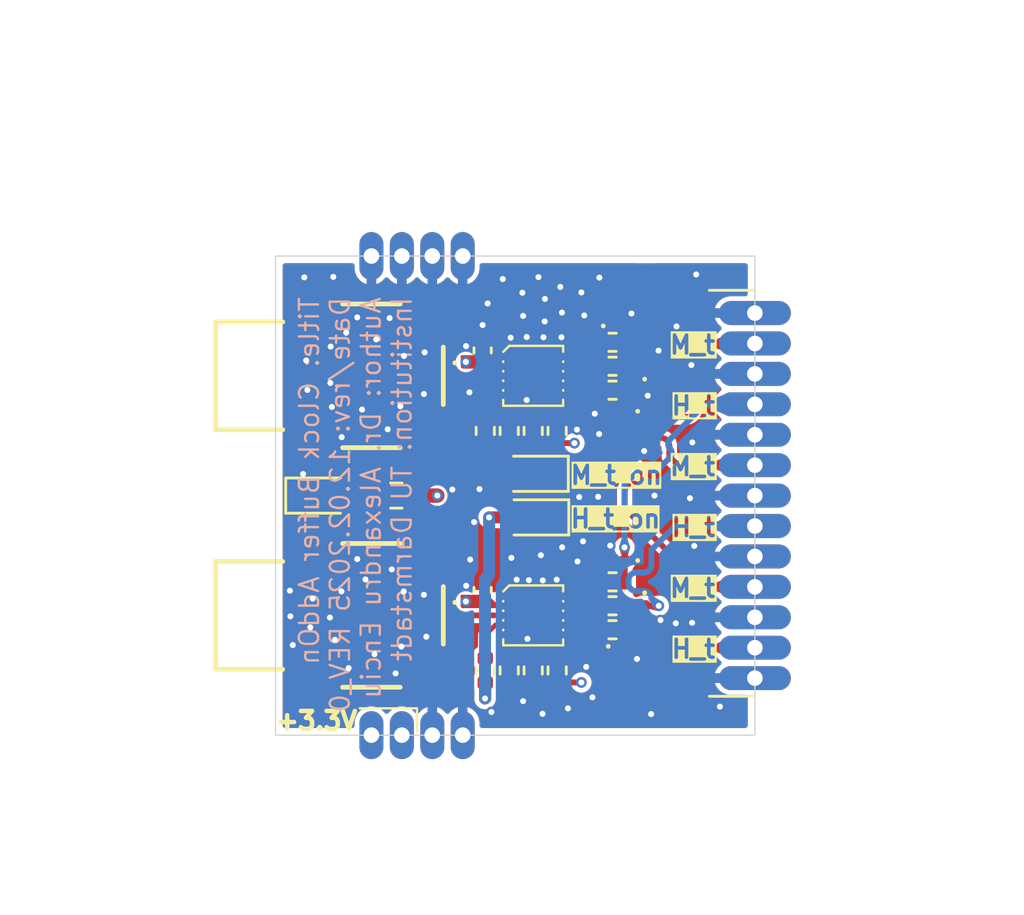
<source format=kicad_pcb>
(kicad_pcb (version 20241229) (generator "pcbnew") (generator_version "9.0")
  (title_block (title "Clock Buffer Addon") (rev "0"))
  (layers (0 "F.Cu" signal) (4 "In1.Cu" signal) (6 "In2.Cu" signal) (2 "B.Cu" signal) (13 "F.Paste" user) (15 "B.Paste" user) (5 "F.SilkS" user "F.Silkscreen") (7 "B.SilkS" user "B.Silkscreen") (1 "F.Mask" user) (3 "B.Mask" user) (25 "Edge.Cuts" user))
  (net 0 "")
  (net 1 "GND")
  (net 2 "3V3")
  (net 3 "/ClockBuffers/MasterTrigger_in")
  (net 4 "/ClockBuffers/Heimtime_in")
  (net 5 "Net-(U2-Out_3)")
  (net 6 "/ClockBuffers/MasterTrigger_out_3")
  (net 7 "/ClockBuffers/MasterTrigger_out_2")
  (net 8 "Net-(U2-Out_2)")
  (net 9 "Net-(U2-Out_1)")
  (net 10 "/ClockBuffers/MasterTrigger_out_1")
  (net 11 "/ClockBuffers/Heimtime_out_3")
  (net 12 "Net-(U4-Out_3)")
  (net 13 "Net-(U4-Out_2)")
  (net 14 "/ClockBuffers/Heimtime_out_2")
  (net 15 "Net-(U4-Out_1)")
  (net 16 "/ClockBuffers/Heimtime_out_1")
  (net 17 "/ClockBuffers/Heimtime_EN_2")
  (net 18 "/ClockBuffers/Heimtime_EN_3")
  (net 19 "/ClockBuffers/Heimtime_EN_1")
  (net 20 "/ClockBuffers/MasterTrigger_EN_3")
  (net 21 "/ClockBuffers/MasterTrigger_EN_1")
  (net 22 "/ClockBuffers/MasterTrigger_EN_2")
  (net 23 "/ClockBuffers/MasterTrigger_status")
  (net 24 "/ClockBuffers/Heimtime_status")
  (net 25 "Net-(D1-A)")
  (net 26 "Net-(D2-A)")
  (net 27 "Net-(D3-A)")
  (footprint "Resistor_SMD:R_0402_1005Metric" (layer "F.Cu") (at 99.89625 58.05 -90)
    (property "Reference" "R4" (hide yes))
    (property "Value" "0")
    (pad "1" smd roundrect (at -0.51 0 270) (size 0.54 0.64) (layers "F.Cu" "F.Mask" "F.Paste") (net 21 "/ClockBuffers/MasterTrigger_EN_1"))
    (pad "2" smd roundrect (at 0.51 0 270) (size 0.54 0.64) (layers "F.Cu" "F.Mask" "F.Paste") (net 2 "3V3"))
  )
  (footprint "Resistor_SMD:R_0402_1005Metric" (layer "F.Cu") (at 100.89625 58.05 -90)
    (property "Reference" "R8" (hide yes))
    (property "Value" "0")
    (pad "1" smd roundrect (at -0.51 0 270) (size 0.54 0.64) (layers "F.Cu" "F.Mask" "F.Paste") (net 22 "/ClockBuffers/MasterTrigger_EN_2"))
    (pad "2" smd roundrect (at 0.51 0 270) (size 0.54 0.64) (layers "F.Cu" "F.Mask" "F.Paste") (net 2 "3V3"))
  )
  (footprint "Connector_PinHeader_1.27mm:PinHeader_1x13_P1.27mm_Vertical" (layer "F.Cu") (at 109.14625 53.13)
    (property "Reference" "J3" (hide yes))
    (property "Value" "Conn_01x13_Socket" (hide yes))
    (pad "1" thru_hole oval (at 0 0) (size 3 1) (drill 0.65) (property pad_prop_castellated) (layers "*.Cu" "*.Mask") (net 1 "GND"))
    (pad "2" thru_hole oval (at 0 1.27) (size 3 1) (drill 0.65) (property pad_prop_castellated) (layers "*.Cu" "*.Mask") (net 6 "/ClockBuffers/MasterTrigger_out_3"))
    (pad "3" thru_hole oval (at 0 2.54) (size 3 1) (drill 0.65) (property pad_prop_castellated) (layers "*.Cu" "*.Mask") (net 1 "GND"))
    (pad "4" thru_hole oval (at 0 3.81) (size 3 1) (drill 0.65) (property pad_prop_castellated) (layers "*.Cu" "*.Mask") (net 11 "/ClockBuffers/Heimtime_out_3"))
    (pad "5" thru_hole oval (at 0 5.08) (size 3 1) (drill 0.65) (property pad_prop_castellated) (layers "*.Cu" "*.Mask") (net 1 "GND"))
    (pad "6" thru_hole oval (at 0 6.35) (size 3 1) (drill 0.65) (property pad_prop_castellated) (layers "*.Cu" "*.Mask") (net 7 "/ClockBuffers/MasterTrigger_out_2"))
    (pad "7" thru_hole oval (at 0 7.62) (size 3 1) (drill 0.65) (property pad_prop_castellated) (layers "*.Cu" "*.Mask") (net 1 "GND"))
    (pad "8" thru_hole oval (at 0 8.89) (size 3 1) (drill 0.65) (property pad_prop_castellated) (layers "*.Cu" "*.Mask") (net 14 "/ClockBuffers/Heimtime_out_2"))
    (pad "9" thru_hole oval (at 0 10.16) (size 3 1) (drill 0.65) (property pad_prop_castellated) (layers "*.Cu" "*.Mask") (net 1 "GND"))
    (pad "10" thru_hole oval (at 0 11.43) (size 3 1) (drill 0.65) (property pad_prop_castellated) (layers "*.Cu" "*.Mask") (net 10 "/ClockBuffers/MasterTrigger_out_1"))
    (pad "11" thru_hole oval (at 0 12.7) (size 3 1) (drill 0.65) (property pad_prop_castellated) (layers "*.Cu" "*.Mask") (net 1 "GND"))
    (pad "12" thru_hole oval (at 0 13.97) (size 3 1) (drill 0.65) (property pad_prop_castellated) (layers "*.Cu" "*.Mask") (net 16 "/ClockBuffers/Heimtime_out_1"))
    (pad "13" thru_hole oval (at 0 15.24) (size 3 1) (drill 0.65) (property pad_prop_castellated) (layers "*.Cu" "*.Mask") (net 1 "GND"))
  )
  (footprint "Connector_PinHeader_1.27mm:PinHeader_1x04_P1.27mm_Vertical" (layer "F.Cu") (at 96.95625 50.75 -90)
    (property "Reference" "J4" (hide yes))
    (property "Value" "Conn_01x04_Socket")
    (pad "1" thru_hole oval (at 0 0 270) (size 2 1) (drill 0.65) (layers "*.Cu" "*.Mask") (net 1 "GND"))
    (pad "2" thru_hole oval (at 0 1.27 270) (size 2 1) (drill 0.65) (layers "*.Cu" "*.Mask") (net 1 "GND"))
    (pad "3" thru_hole oval (at 0 2.54 270) (size 2 1) (drill 0.65) (layers "*.Cu" "*.Mask") (net 1 "GND"))
    (pad "4" thru_hole oval (at 0 3.81 270) (size 2 1) (drill 0.65) (layers "*.Cu" "*.Mask") (net 1 "GND"))
  )
  (footprint "Resistor_SMD:R_0402_1005Metric" (layer "F.Cu") (at 103.20625 55.35)
    (property "Reference" "R6" (hide yes))
    (property "Value" "33")
    (pad "1" smd roundrect (at -0.51 0) (size 0.54 0.64) (layers "F.Cu" "F.Mask" "F.Paste") (net 8 "Net-(U2-Out_2)"))
    (pad "2" smd roundrect (at 0.51 0) (size 0.54 0.64) (layers "F.Cu" "F.Mask" "F.Paste") (net 7 "/ClockBuffers/MasterTrigger_out_2"))
  )
  (footprint "LED_SMD:LED_0603_1608Metric" (layer "F.Cu") (at 99.87625 59.84 180)
    (property "Reference" "D2" (hide yes))
    (property "Value" "LED_yellow")
    (pad "1" smd roundrect (at -0.7875 0 180) (size 0.875 0.95) (layers "F.Cu" "F.Mask" "F.Paste") (net 1 "GND"))
    (pad "2" smd roundrect (at 0.7875 0 180) (size 0.875 0.95) (layers "F.Cu" "F.Mask" "F.Paste") (net 26 "Net-(D2-A)"))
  )
  (footprint "Diode_SMD:D_0201_0603Metric" (layer "F.Cu") (at 103.39625 57.23 180)
    (property "Reference" "D7" (hide yes))
    (property "Value" "SP1333-01UTG")
    (pad "1" smd roundrect (at -0.32 0 180) (size 0.46 0.4) (layers "F.Cu" "F.Mask") (net 10 "/ClockBuffers/MasterTrigger_out_1"))
    (pad "2" smd roundrect (at 0.32 0 180) (size 0.46 0.4) (layers "F.Cu" "F.Mask") (net 1 "GND"))
  )
  (footprint "AddOn_lib:SAMTEC_MCX-J-P-X-RA-SM1" (layer "F.Cu") (at 93.14625 65.75 -90)
    (property "Reference" "J2" (hide yes))
    (property "Value" "MasterTrigger" (hide yes))
    (pad "1" smd circle (at 0 0 270) (size 1.6 1.6) (layers "F.Cu" "F.Mask" "F.Paste") (net 4 "/ClockBuffers/Heimtime_in"))
    (pad "2" smd rect (at -2.54 -2.54 270) (size 1.6 1.6) (layers "F.Cu" "F.Mask" "F.Paste") (net 1 "GND"))
    (pad "2" smd rect (at -2.54 2.54 270) (size 1.6 1.6) (layers "F.Cu" "F.Mask" "F.Paste") (net 1 "GND"))
    (pad "2" smd rect (at 2.54 -2.54 270) (size 1.6 1.6) (layers "F.Cu" "F.Mask" "F.Paste") (net 1 "GND"))
    (pad "2" smd rect (at 2.54 2.54 270) (size 1.6 1.6) (layers "F.Cu" "F.Mask" "F.Paste") (net 1 "GND"))
  )
  (footprint "Diode_SMD:D_0201_0603Metric" (layer "F.Cu") (at 103.63625 67.65 -45)
    (property "Reference" "D13" (hide yes))
    (property "Value" "SP1333-01UTG")
    (pad "1" smd roundrect (at -0.32 0 315) (size 0.46 0.4) (layers "F.Cu" "F.Mask") (net 16 "/ClockBuffers/Heimtime_out_1"))
    (pad "2" smd roundrect (at 0.32 0 315) (size 0.46 0.4) (layers "F.Cu" "F.Mask") (net 1 "GND"))
  )
  (footprint "Resistor_SMD:R_0402_1005Metric" (layer "F.Cu") (at 98.89625 58.05 -90)
    (property "Reference" "R9" (hide yes))
    (property "Value" "0")
    (pad "1" smd roundrect (at -0.51 0 270) (size 0.54 0.64) (layers "F.Cu" "F.Mask" "F.Paste") (net 20 "/ClockBuffers/MasterTrigger_EN_3"))
    (pad "2" smd roundrect (at 0.51 0 270) (size 0.54 0.64) (layers "F.Cu" "F.Mask" "F.Paste") (net 2 "3V3"))
  )
  (footprint "LED_SMD:LED_0603_1608Metric" (layer "F.Cu") (at 91.05625 60.75)
    (property "Reference" "D1" (hide yes))
    (property "Value" "LED_blue")
    (pad "1" smd roundrect (at -0.7875 0) (size 0.875 0.95) (layers "F.Cu" "F.Mask" "F.Paste") (net 1 "GND"))
    (pad "2" smd roundrect (at 0.7875 0) (size 0.875 0.95) (layers "F.Cu" "F.Mask" "F.Paste") (net 25 "Net-(D1-A)"))
  )
  (footprint "Diode_SMD:D_0201_0603Metric" (layer "F.Cu") (at 103.39625 63.46 180)
    (property "Reference" "D10" (hide yes))
    (property "Value" "SP1333-01UTG")
    (pad "1" smd roundrect (at -0.32 0 180) (size 0.46 0.4) (layers "F.Cu" "F.Mask") (net 11 "/ClockBuffers/Heimtime_out_3"))
    (pad "2" smd roundrect (at 0.32 0 180) (size 0.46 0.4) (layers "F.Cu" "F.Mask") (net 1 "GND"))
  )
  (footprint "Capacitor_SMD:C_0402_1005Metric" (layer "F.Cu") (at 97.78625 64.69 90)
    (property "Reference" "C11" (hide yes))
    (property "Value" "10n")
    (pad "1" smd roundrect (at -0.48 0 90) (size 0.56 0.62) (layers "F.Cu" "F.Mask" "F.Paste") (net 2 "3V3"))
    (pad "2" smd roundrect (at 0.48 0 90) (size 0.56 0.62) (layers "F.Cu" "F.Mask" "F.Paste") (net 1 "GND"))
  )
  (footprint "Resistor_SMD:R_0402_1005Metric" (layer "F.Cu") (at 98.89625 68.05 -90)
    (property "Reference" "R3" (hide yes))
    (property "Value" "0")
    (pad "1" smd roundrect (at -0.51 0 270) (size 0.54 0.64) (layers "F.Cu" "F.Mask" "F.Paste") (net 18 "/ClockBuffers/Heimtime_EN_3"))
    (pad "2" smd roundrect (at 0.51 0 270) (size 0.54 0.64) (layers "F.Cu" "F.Mask" "F.Paste") (net 2 "3V3"))
  )
  (footprint "Diode_SMD:D_0201_0603Metric" (layer "F.Cu") (at 103.42625 53.06 45)
    (property "Reference" "D11" (hide yes))
    (property "Value" "SP1333-01UTG")
    (pad "1" smd roundrect (at -0.32 0 45) (size 0.46 0.4) (layers "F.Cu" "F.Mask") (net 6 "/ClockBuffers/MasterTrigger_out_3"))
    (pad "2" smd roundrect (at 0.32 0 45) (size 0.46 0.4) (layers "F.Cu" "F.Mask") (net 1 "GND"))
  )
  (footprint "Resistor_SMD:R_0402_1005Metric" (layer "F.Cu") (at 103.20625 54.35)
    (property "Reference" "R5" (hide yes))
    (property "Value" "33")
    (pad "1" smd roundrect (at -0.51 0) (size 0.54 0.64) (layers "F.Cu" "F.Mask" "F.Paste") (net 5 "Net-(U2-Out_3)"))
    (pad "2" smd roundrect (at 0.51 0) (size 0.54 0.64) (layers "F.Cu" "F.Mask" "F.Paste") (net 6 "/ClockBuffers/MasterTrigger_out_3"))
  )
  (footprint "Resistor_SMD:R_0402_1005Metric" (layer "F.Cu") (at 97.89625 68.05 90)
    (property "Reference" "R12" (hide yes))
    (property "Value" "680")
    (pad "1" smd roundrect (at -0.51 0 90) (size 0.54 0.64) (layers "F.Cu" "F.Mask" "F.Paste") (net 27 "Net-(D3-A)"))
    (pad "2" smd roundrect (at 0.51 0 90) (size 0.54 0.64) (layers "F.Cu" "F.Mask" "F.Paste") (net 24 "/ClockBuffers/Heimtime_status"))
  )
  (footprint "Resistor_SMD:R_0402_1005Metric" (layer "F.Cu") (at 97.89625 58.05 90)
    (property "Reference" "R11" (hide yes))
    (property "Value" "680")
    (pad "1" smd roundrect (at -0.51 0 90) (size 0.54 0.64) (layers "F.Cu" "F.Mask" "F.Paste") (net 26 "Net-(D2-A)"))
    (pad "2" smd roundrect (at 0.51 0 90) (size 0.54 0.64) (layers "F.Cu" "F.Mask" "F.Paste") (net 23 "/ClockBuffers/MasterTrigger_status"))
  )
  (footprint "AddOn_lib:SAMTEC_MCX-J-P-X-RA-SM1" (layer "F.Cu") (at 93.14625 55.75 -90)
    (property "Reference" "J1" (hide yes))
    (property "Value" "Heimtime" (hide yes))
    (pad "1" smd circle (at 0 0 270) (size 1.6 1.6) (layers "F.Cu" "F.Mask" "F.Paste") (net 3 "/ClockBuffers/MasterTrigger_in"))
    (pad "2" smd rect (at -2.54 -2.54 270) (size 1.6 1.6) (layers "F.Cu" "F.Mask" "F.Paste") (net 1 "GND"))
    (pad "2" smd rect (at -2.54 2.54 270) (size 1.6 1.6) (layers "F.Cu" "F.Mask" "F.Paste") (net 1 "GND"))
    (pad "2" smd rect (at 2.54 -2.54 270) (size 1.6 1.6) (layers "F.Cu" "F.Mask" "F.Paste") (net 1 "GND"))
    (pad "2" smd rect (at 2.54 2.54 270) (size 1.6 1.6) (layers "F.Cu" "F.Mask" "F.Paste") (net 1 "GND"))
  )
  (footprint "Resistor_SMD:R_0402_1005Metric" (layer "F.Cu") (at 99.89625 68.05 -90)
    (property "Reference" "R1" (hide yes))
    (property "Value" "0")
    (pad "1" smd roundrect (at -0.51 0 270) (size 0.54 0.64) (layers "F.Cu" "F.Mask" "F.Paste") (net 19 "/ClockBuffers/Heimtime_EN_1"))
    (pad "2" smd roundrect (at 0.51 0 270) (size 0.54 0.64) (layers "F.Cu" "F.Mask" "F.Paste") (net 2 "3V3"))
  )
  (footprint "Capacitor_SMD:C_0402_1005Metric" (layer "F.Cu") (at 97.78625 54.69 90)
    (property "Reference" "C1" (hide yes))
    (property "Value" "10n")
    (pad "1" smd roundrect (at -0.48 0 90) (size 0.56 0.62) (layers "F.Cu" "F.Mask" "F.Paste") (net 2 "3V3"))
    (pad "2" smd roundrect (at 0.48 0 90) (size 0.56 0.62) (layers "F.Cu" "F.Mask" "F.Paste") (net 1 "GND"))
  )
  (footprint "Resistor_SMD:R_0402_1005Metric" (layer "F.Cu") (at 103.20625 64.35)
    (property "Reference" "R14" (hide yes))
    (property "Value" "33")
    (pad "1" smd roundrect (at -0.51 0) (size 0.54 0.64) (layers "F.Cu" "F.Mask" "F.Paste") (net 12 "Net-(U4-Out_3)"))
    (pad "2" smd roundrect (at 0.51 0) (size 0.54 0.64) (layers "F.Cu" "F.Mask" "F.Paste") (net 11 "/ClockBuffers/Heimtime_out_3"))
  )
  (footprint "Diode_SMD:D_0201_0603Metric" (layer "F.Cu") (at 96.62625 56.07 -90)
    (property "Reference" "D5" (hide yes))
    (property "Value" "SP1333-01UTG")
    (pad "1" smd roundrect (at -0.32 0 270) (size 0.46 0.4) (layers "F.Cu" "F.Mask") (net 3 "/ClockBuffers/MasterTrigger_in"))
    (pad "2" smd roundrect (at 0.32 0 270) (size 0.46 0.4) (layers "F.Cu" "F.Mask") (net 1 "GND"))
  )
  (footprint "AddOn_lib:5PB1213NTGK8" (layer "F.Cu") (at 99.89625 55.75 -90)
    (property "Reference" "U2" (hide yes))
    (property "Value" "5PB1213NTGK8")
    (pad "1" smd rect (at -0.8 1 270) (size 0.2 0.75) (layers "F.Cu" "F.Mask" "F.Paste") (net 1 "GND"))
    (pad "1" smd roundrect (at 0 0 270) (size 1.5 0.95) (layers "F.Cu" "F.Mask" "F.Paste") (roundrect_rratio 0) (chamfer_ratio 0.2) (chamfer bottom_left) (net 1 "GND"))
    (pad "2" smd rect (at -0.4 1 270) (size 0.2 0.75) (layers "F.Cu" "F.Mask" "F.Paste") (net 2 "3V3"))
    (pad "3" smd rect (at 0 1 270) (size 0.2 0.75) (layers "F.Cu" "F.Mask" "F.Paste") (net 3 "/ClockBuffers/MasterTrigger_in"))
    (pad "4" smd rect (at 0.4 1 270) (size 0.2 0.75) (layers "F.Cu" "F.Mask" "F.Paste") (net 23 "/ClockBuffers/MasterTrigger_status"))
    (pad "5" smd rect (at 0.8 1 270) (size 0.2 0.75) (layers "F.Cu" "F.Mask" "F.Paste") (net 20 "/ClockBuffers/MasterTrigger_EN_3"))
    (pad "6" smd rect (at 0.8 -1 270) (size 0.2 0.75) (layers "F.Cu" "F.Mask" "F.Paste") (net 21 "/ClockBuffers/MasterTrigger_EN_1"))
    (pad "7" smd rect (at 0.4 -1 270) (size 0.2 0.75) (layers "F.Cu" "F.Mask" "F.Paste") (net 22 "/ClockBuffers/MasterTrigger_EN_2"))
    (pad "8" smd rect (at 0 -1 270) (size 0.2 0.75) (layers "F.Cu" "F.Mask" "F.Paste") (net 9 "Net-(U2-Out_1)"))
    (pad "9" smd rect (at -0.4 -1 270) (size 0.2 0.75) (layers "F.Cu" "F.Mask" "F.Paste") (net 8 "Net-(U2-Out_2)"))
    (pad "10" smd rect (at -0.8 -1 270) (size 0.2 0.75) (layers "F.Cu" "F.Mask" "F.Paste") (net 5 "Net-(U2-Out_3)"))
  )
  (footprint "Resistor_SMD:R_0402_1005Metric" (layer "F.Cu") (at 103.20625 66.35)
    (property "Reference" "R16" (hide yes))
    (property "Value" "33")
    (pad "1" smd roundrect (at -0.51 0) (size 0.54 0.64) (layers "F.Cu" "F.Mask" "F.Paste") (net 15 "Net-(U4-Out_1)"))
    (pad "2" smd roundrect (at 0.51 0) (size 0.54 0.64) (layers "F.Cu" "F.Mask" "F.Paste") (net 16 "/ClockBuffers/Heimtime_out_1"))
  )
  (footprint "Diode_SMD:D_0201_0603Metric" (layer "F.Cu") (at 104.54625 55.03 90)
    (property "Reference" "D9" (hide yes))
    (property "Value" "SP1333-01UTG")
    (pad "1" smd roundrect (at -0.32 0 90) (size 0.46 0.4) (layers "F.Cu" "F.Mask") (net 7 "/ClockBuffers/MasterTrigger_out_2"))
    (pad "2" smd roundrect (at 0.32 0 90) (size 0.46 0.4) (layers "F.Cu" "F.Mask") (net 1 "GND"))
  )
  (footprint "Diode_SMD:D_0201_0603Metric" (layer "F.Cu") (at 96.62625 66.07 -90)
    (property "Reference" "D6" (hide yes))
    (property "Value" "SP1333-01UTG")
    (pad "1" smd roundrect (at -0.32 0 270) (size 0.46 0.4) (layers "F.Cu" "F.Mask") (net 4 "/ClockBuffers/Heimtime_in"))
    (pad "2" smd roundrect (at 0.32 0 270) (size 0.46 0.4) (layers "F.Cu" "F.Mask") (net 1 "GND"))
  )
  (footprint "Connector_PinHeader_1.27mm:PinHeader_1x04_P1.27mm_Vertical" (layer "F.Cu") (at 96.95625 70.75 -90)
    (property "Reference" "J5" (hide yes))
    (property "Value" "Conn_01x04_Socket")
    (pad "1" thru_hole oval (at 0 0 270) (size 2 1) (drill 0.65) (layers "*.Cu" "*.Mask") (net 1 "GND"))
    (pad "2" thru_hole oval (at 0 1.27 270) (size 2 1) (drill 0.65) (layers "*.Cu" "*.Mask") (net 1 "GND"))
    (pad "3" thru_hole oval (at 0 2.54 270) (size 2 1) (drill 0.65) (layers "*.Cu" "*.Mask") (net 2 "3V3"))
    (pad "4" thru_hole oval (at 0 3.81 270) (size 2 1) (drill 0.65) (layers "*.Cu" "*.Mask") (net 2 "3V3"))
  )
  (footprint "Resistor_SMD:R_0402_1005Metric" (layer "F.Cu") (at 100.89625 68.05 -90)
    (property "Reference" "R2" (hide yes))
    (property "Value" "0")
    (pad "1" smd roundrect (at -0.51 0 270) (size 0.54 0.64) (layers "F.Cu" "F.Mask" "F.Paste") (net 17 "/ClockBuffers/Heimtime_EN_2"))
    (pad "2" smd roundrect (at 0.51 0 270) (size 0.54 0.64) (layers "F.Cu" "F.Mask" "F.Paste") (net 2 "3V3"))
  )
  (footprint "Resistor_SMD:R_0402_1005Metric" (layer "F.Cu") (at 103.20625 56.35)
    (property "Reference" "R7" (hide yes))
    (property "Value" "33")
    (pad "1" smd roundrect (at -0.51 0) (size 0.54 0.64) (layers "F.Cu" "F.Mask" "F.Paste") (net 9 "Net-(U2-Out_1)"))
    (pad "2" smd roundrect (at 0.51 0) (size 0.54 0.64) (layers "F.Cu" "F.Mask" "F.Paste") (net 10 "/ClockBuffers/MasterTrigger_out_1"))
  )
  (footprint "Diode_SMD:D_0201_0603Metric" (layer "F.Cu") (at 104.54625 65.67 -90)
    (property "Reference" "D8" (hide yes))
    (property "Value" "SP1333-01UTG")
    (pad "1" smd roundrect (at -0.32 0 270) (size 0.46 0.4) (layers "F.Cu" "F.Mask") (net 14 "/ClockBuffers/Heimtime_out_2"))
    (pad "2" smd roundrect (at 0.32 0 270) (size 0.46 0.4) (layers "F.Cu" "F.Mask") (net 1 "GND"))
  )
  (footprint "Resistor_SMD:R_0603_1608Metric" (layer "F.Cu") (at 94.18625 60.75)
    (property "Reference" "R10" (hide yes))
    (property "Value" "0")
    (pad "1" smd roundrect (at -0.825 0) (size 0.8 0.95) (layers "F.Cu" "F.Mask" "F.Paste") (net 25 "Net-(D1-A)"))
    (pad "2" smd roundrect (at 0.825 0) (size 0.8 0.95) (layers "F.Cu" "F.Mask" "F.Paste") (net 2 "3V3"))
  )
  (footprint "AddOn_lib:5PB1213NTGK8" (layer "F.Cu") (at 99.89625 65.75 -90)
    (property "Reference" "U4" (hide yes))
    (property "Value" "5PB1213NTGK8")
    (pad "1" smd rect (at -0.8 1 270) (size 0.2 0.75) (layers "F.Cu" "F.Mask" "F.Paste") (net 1 "GND") (thermal_bridge_width 0.2) (thermal_gap 0.2))
    (pad "1" smd roundrect (at 0 0 270) (size 1.5 0.95) (layers "F.Cu" "F.Mask" "F.Paste") (roundrect_rratio 0) (chamfer_ratio 0.2) (chamfer bottom_left) (net 1 "GND"))
    (pad "2" smd rect (at -0.4 1 270) (size 0.2 0.75) (layers "F.Cu" "F.Mask" "F.Paste") (net 2 "3V3"))
    (pad "3" smd rect (at 0 1 270) (size 0.2 0.75) (layers "F.Cu" "F.Mask" "F.Paste") (net 4 "/ClockBuffers/Heimtime_in"))
    (pad "4" smd rect (at 0.4 1 270) (size 0.2 0.75) (layers "F.Cu" "F.Mask" "F.Paste") (net 24 "/ClockBuffers/Heimtime_status"))
    (pad "5" smd rect (at 0.8 1 270) (size 0.2 0.75) (layers "F.Cu" "F.Mask" "F.Paste") (net 18 "/ClockBuffers/Heimtime_EN_3"))
    (pad "6" smd rect (at 0.8 -1 270) (size 0.2 0.75) (layers "F.Cu" "F.Mask" "F.Paste") (net 19 "/ClockBuffers/Heimtime_EN_1"))
    (pad "7" smd rect (at 0.4 -1 270) (size 0.2 0.75) (layers "F.Cu" "F.Mask" "F.Paste") (net 17 "/ClockBuffers/Heimtime_EN_2"))
    (pad "8" smd rect (at 0 -1 270) (size 0.2 0.75) (layers "F.Cu" "F.Mask" "F.Paste") (net 15 "Net-(U4-Out_1)"))
    (pad "9" smd rect (at -0.4 -1 270) (size 0.2 0.75) (layers "F.Cu" "F.Mask" "F.Paste") (net 13 "Net-(U4-Out_2)"))
    (pad "10" smd rect (at -0.8 -1 270) (size 0.2 0.75) (layers "F.Cu" "F.Mask" "F.Paste") (net 12 "Net-(U4-Out_3)"))
  )
  (footprint "Resistor_SMD:R_0402_1005Metric" (layer "F.Cu") (at 103.20625 65.35)
    (property "Reference" "R15" (hide yes))
    (property "Value" "33")
    (pad "1" smd roundrect (at -0.51 0) (size 0.54 0.64) (layers "F.Cu" "F.Mask" "F.Paste") (net 13 "Net-(U4-Out_2)"))
    (pad "2" smd roundrect (at 0.51 0) (size 0.54 0.64) (layers "F.Cu" "F.Mask" "F.Paste") (net 14 "/ClockBuffers/Heimtime_out_2"))
  )
  (footprint "LED_SMD:LED_0603_1608Metric" (layer "F.Cu") (at 99.89625 61.66 180)
    (property "Reference" "D3" (hide yes))
    (property "Value" "LED_red")
    (pad "1" smd roundrect (at -0.7875 0 180) (size 0.875 0.95) (layers "F.Cu" "F.Mask" "F.Paste") (net 1 "GND"))
    (pad "2" smd roundrect (at 0.7875 0 180) (size 0.875 0.95) (layers "F.Cu" "F.Mask" "F.Paste") (net 27 "Net-(D3-A)"))
  )
  (gr_rect (start 96.96625 64.99) (end 97.99625 65.35) (stroke (width 0.2)) (fill yes) (layer "F.Cu") (net 2))
  (gr_rect (start 96.97625 54.99) (end 97.99625 55.35) (stroke (width 0.2)) (fill yes) (layer "F.Cu") (net 2))
  (gr_line (start 95.04625 69.63) (end 92.65625 69.63) (stroke (width 0.1)) (layer "F.SilkS"))
  (gr_line (start 95.04625 70.61) (end 95.04625 69.63) (stroke (width 0.1)) (layer "F.SilkS"))
  (gr_rect (start 89.14625 50.75) (end 109.14625 70.75) (stroke (width 0.05)) (fill no) (layer "Edge.Cuts"))
  (gr_text "M_t" (at 105.51625 59.978 0) (layer "F.SilkS" knockout) (effects (font (size 0.75 0.75) (thickness 0.15) (bold yes)) (justify left bottom)))
  (gr_text "M_t" (at 105.51625 54.898 0) (layer "F.SilkS" knockout) (effects (font (size 0.75 0.75) (thickness 0.15) (bold yes)) (justify left bottom)))
  (gr_text "H_t_on" (at 101.37625 62.158 0) (layer "F.SilkS" knockout) (effects (font (size 0.75 0.75) (thickness 0.15) (bold yes)) (justify left bottom)))
  (gr_text "M_t_on" (at 101.37625 60.338 0) (layer "F.SilkS" knockout) (effects (font (size 0.75 0.75) (thickness 0.15) (bold yes)) (justify left bottom)))
  (gr_text "H_t" (at 105.587679 67.598 0) (layer "F.SilkS" knockout) (effects (font (size 0.75 0.75) (thickness 0.15) (bold yes)) (justify left bottom)))
  (gr_text "M_t" (at 105.51625 65.058 0) (layer "F.SilkS" knockout) (effects (font (size 0.75 0.75) (thickness 0.15) (bold yes)) (justify left bottom)))
  (gr_text "+3.3V" (at 89.04625 70.59 0) (layer "F.SilkS") (effects (font (size 0.75 0.75) (thickness 0.1875) (bold yes)) (justify left bottom)))
  (gr_text "H_t" (at 105.587679 57.438 0) (layer "F.SilkS" knockout) (effects (font (size 0.75 0.75) (thickness 0.15) (bold yes)) (justify left bottom)))
  (gr_text "H_t" (at 105.587679 62.518 0) (layer "F.SilkS" knockout) (effects (font (size 0.75 0.75) (thickness 0.15) (bold yes)) (justify left bottom)))
  (gr_text "Title: Clock Buffer AddOn\nDate/rev: 12.02.2025 REV_0\nAuthor: Dr. Alexandru Enciu\nInstitution: TU Darmstadt" (at 94.88625 52.4 90) (layer "B.SilkS") (effects (font (size 0.8 0.8) (thickness 0.1)) (justify left bottom mirror)))
  (via (at 100.21625 63.24) (size 0.45) (drill 0.25) (layers "F.Cu" "B.Cu") (net 1))
  (via (at 99.62625 56.76) (size 0.45) (drill 0.25) (layers "F.Cu" "B.Cu") (net 1))
  (via (at 97.65625 60.48) (size 0.45) (drill 0.25) (layers "F.Cu" "B.Cu") (net 1))
  (via (at 101.34625 69.63) (size 0.45) (drill 0.25) (layers "F.Cu" "B.Cu") (net 1))
  (via (at 101.81625 60.81) (size 0.45) (drill 0.25) (layers "F.Cu" "B.Cu") (net 1))
  (via (at 100.32625 54.14) (size 0.45) (drill 0.25) (layers "F.Cu" "B.Cu") (net 1))
  (via (at 94.35625 57.02) (size 0.45) (drill 0.25) (layers "F.Cu" "B.Cu") (net 1))
  (via (at 95.43625 66.64) (size 0.45) (drill 0.25) (layers "F.Cu" "B.Cu") (net 1))
  (via (at 102.60625 60.8) (size 0.45) (drill 0.25) (layers "F.Cu" "B.Cu") (net 1))
  (via (at 103.99625 53.15) (size 0.45) (drill 0.25) (layers "F.Cu" "B.Cu") (net 1))
  (via (at 90.69625 65.05) (size 0.45) (drill 0.25) (layers "F.Cu" "B.Cu") (net 1))
  (via (at 99.47625 53.25) (size 0.45) (drill 0.25) (layers "F.Cu" "B.Cu") (net 1))
  (via (at 105.87625 53.69) (size 0.45) (drill 0.25) (layers "F.Cu" "B.Cu") (net 1))
  (via (at 89.76625 65.79) (size 0.45) (drill 0.25) (layers "F.Cu" "B.Cu") (net 1))
  (via (at 97.78625 53.63) (size 0.45) (drill 0.25) (layers "F.Cu" "B.Cu") (net 1))
  (via (at 106.52625 66.06) (size 0.45) (drill 0.25) (layers "F.Cu" "B.Cu") (net 1))
  (via (at 93.82625 57.98) (size 0.45) (drill 0.25) (layers "F.Cu" "B.Cu") (net 1))
  (via (at 101.10625 62.91) (size 0.45) (drill 0.25) (layers "F.Cu" "B.Cu") (net 1))
  (via (at 98.98625 63.35) (size 0.45) (drill 0.25) (layers "F.Cu" "B.Cu") (net 1))
  (via (at 97.43125 61.856267) (size 0.45) (drill 0.25) (layers "F.Cu" "B.Cu") (net 1))
  (via (at 106.43625 60.86) (size 0.45) (drill 0.25) (layers "F.Cu" "B.Cu") (net 1))
  (via (at 97.26625 63.42) (size 0.45) (drill 0.25) (layers "F.Cu" "B.Cu") (net 1))
  (via (at 90.34625 51.64) (size 0.45) (drill 0.25) (layers "F.Cu" "B.Cu") (net 1))
  (via (at 91.41625 65.84) (size 0.45) (drill 0.25) (layers "F.Cu" "B.Cu") (net 1))
  (via (at 100.87625 64.26) (size 0.45) (drill 0.25) (layers "F.Cu" "B.Cu") (net 1))
  (via (at 92.55625 63.4) (size 0.45) (drill 0.25) (layers "F.Cu" "B.Cu") (net 1))
  (via (at 100.11625 51.63) (size 0.45) (drill 0.25) (layers "F.Cu" "B.Cu") (net 1))
  (via (at 94.50625 54.92) (size 0.45) (drill 0.25) (layers "F.Cu" "B.Cu") (net 1))
  (via (at 93.34625 54.23) (size 0.45) (drill 0.25) (layers "F.Cu" "B.Cu") (net 1))
  (via (at 98.62625 51.71) (size 0.45) (drill 0.25) (layers "F.Cu" "B.Cu") (net 1))
  (via (at 92.19625 67.95) (size 0.45) (drill 0.25) (layers "F.Cu" "B.Cu") (net 1))
  (via (at 99.20625 64.26) (size 0.45) (drill 0.25) (layers "F.Cu" "B.Cu") (net 1))
  (via (at 94.39625 67.05) (size 0.45) (drill 0.25) (layers "F.Cu" "B.Cu") (net 1))
  (via (at 97.09625 54.51) (size 0.45) (drill 0.25) (layers "F.Cu" "B.Cu") (net 1))
  (via (at 99.65625 66.73) (size 0.45) (drill 0.25) (layers "F.Cu" "B.Cu") (net 1))
  (via (at 105.207737 65.945728) (size 0.45) (drill 0.25) (layers "F.Cu" "B.Cu") (net 1))
  (via (at 100.28625 69.86) (size 0.45) (drill 0.25) (layers "F.Cu" "B.Cu") (net 1))
  (via (at 104.22625 67.57) (size 0.45) (drill 0.25) (layers "F.Cu" "B.Cu") (net 1))
  (via (at 103.110564 62.838159) (size 0.45) (drill 0.25) (layers "F.Cu" "B.Cu") (net 1))
  (via (at 89.86625 66.99) (size 0.45) (drill 0.25) (layers "F.Cu" "B.Cu") (net 1))
  (via (at 100.37625 53.48) (size 0.45) (drill 0.25) (layers "F.Cu" "B.Cu") (net 1))
  (via (at 104.81625 69.87) (size 0.45) (drill 0.25) (layers "F.Cu" "B.Cu") (net 1))
  (via (at 107.68625 69.56) (size 0.45) (drill 0.25) (layers "F.Cu" "B.Cu") (net 1))
  (via (at 101.74625 63.5) (size 0.45) (drill 0.25) (layers "F.Cu" "B.Cu") (net 1))
  (via (at 102.36625 69.17) (size 0.45) (drill 0.25) (layers "F.Cu" "B.Cu") (net 1))
  (via (at 92.09625 53.95) (size 0.45) (drill 0.25) (layers "F.Cu" "B.Cu") (net 1))
  (via (at 101.90625 52.27) (size 0.45) (drill 0.25) (layers "F.Cu" "B.Cu") (net 1))
  (via (at 94.15625 68.17) (size 0.45) (drill 0.25) (layers "F.Cu" "B.Cu") (net 1))
  (via (at 101.07625 54.14) (size 0.45) (drill 0.25) (layers "F.Cu" "B.Cu") (net 1))
  (via (at 104.95625 60.75) (size 0.45) (drill 0.25) (layers "F.Cu" "B.Cu") (net 1))
  (via (at 97.23625 56.44) (size 0.45) (drill 0.25) (layers "F.Cu" "B.Cu") (net 1))
  (via (at 90.59625 66.25) (size 0.45) (drill 0.25) (layers "F.Cu" "B.Cu") (net 1))
  (via (at 106.61625 62.85) (size 0.45) (drill 0.25) (layers "F.Cu" "B.Cu") (net 1))
  (via (at 98.95625 54.16) (size 0.45) (drill 0.25) (layers "F.Cu" "B.Cu") (net 1))
  (via (at 96.522972 60.499311) (size 0.45) (drill 0.25) (layers "F.Cu" "B.Cu") (net 1))
  (via (at 92.89625 64.25) (size 0.45) (drill 0.25) (layers "F.Cu" "B.Cu") (net 1))
  (via (at 91.62625 66.77) (size 0.45) (drill 0.25) (layers "F.Cu" "B.Cu") (net 1))
  (via (at 99.443773 52.281263) (size 0.45) (drill 0.25) (layers "F.Cu" "B.Cu") (net 1))
  (via (at 100.38625 52.54) (size 0.45) (drill 0.25) (layers "F.Cu" "B.Cu") (net 1))
  (via (at 101.09625 53.11) (size 0.45) (drill 0.25) (layers "F.Cu" "B.Cu") (net 1))
  (via (at 101.722216 57.994846) (size 0.45) (drill 0.25) (layers "F.Cu" "B.Cu") (net 1))
  (via (at 105.84625 66.08) (size 0.45) (drill 0.25) (layers "F.Cu" "B.Cu") (net 1))
  (via (at 95.36625 54.77) (size 0.45) (drill 0.25) (layers "F.Cu" "B.Cu") (net 1))
  (via (at 106.49625 55.3) (size 0.45) (drill 0.25) (layers "F.Cu" "B.Cu") (net 1))
  (via (at 99.62625 54.13) (size 0.45) (drill 0.25) (layers "F.Cu" "B.Cu") (net 1))
  (via (at 102.02625 53.23) (size 0.45) (drill 0.25) (layers "F.Cu" "B.Cu") (net 1))
  (via (at 102.10625 67.9) (size 0.45) (drill 0.25) (layers "F.Cu" "B.Cu") (net 1))
  (via (at 91.44625 54.53) (size 0.45) (drill 0.25) (layers "F.Cu" "B.Cu") (net 1))
  (via (at 97.99625 52.73) (size 0.45) (drill 0.25) (layers "F.Cu" "B.Cu") (net 1))
  (via (at 105.12625 54.7) (size 0.45) (drill 0.25) (layers "F.Cu" "B.Cu") (net 1))
  (via (at 97.100532 64.515) (size 0.45) (drill 0.25) (layers "F.Cu" "B.Cu") (net 1))
  (via (at 90.47625 56.34) (size 0.45) (drill 0.25) (layers "F.Cu" "B.Cu") (net 1))
  (via (at 92.75625 57.16) (size 0.45) (drill 0.25) (layers "F.Cu" "B.Cu") (net 1))
  (via (at 91.49625 57.05) (size 0.45) (drill 0.25) (layers "F.Cu" "B.Cu") (net 1))
  (via (at 99.71625 64.28) (size 0.45) (drill 0.25) (layers "F.Cu" "B.Cu") (net 1))
  (via (at 92.55625 53.31) (size 0.45) (drill 0.25) (layers "F.Cu" "B.Cu") (net 1))
  (via (at 90.42625 55.11) (size 0.45) (drill 0.25) (layers "F.Cu" "B.Cu") (net 1))
  (via (at 91.433048 56.048181) (size 0.45) (drill 0.25) (layers "F.Cu" "B.Cu") (net 1))
  (via (at 93.27625 67.37) (size 0.45) (drill 0.25) (layers "F.Cu" "B.Cu") (net 1))
  (via (at 102.65625 51.65) (size 0.45) (drill 0.25) (layers "F.Cu" "B.Cu") (net 1))
  (via (at 106.53625 58.53) (size 0.45) (drill 0.25) (layers "F.Cu" "B.Cu") (net 1))
  (via (at 89.74625 64.72) (size 0.45) (drill 0.25) (layers "F.Cu" "B.Cu") (net 1))
  (via (at 99.47625 69.33) (size 0.45) (drill 0.25) (layers "F.Cu" "B.Cu") (net 1))
  (via (at 93.90625 53.34) (size 0.45) (drill 0.25) (layers "F.Cu" "B.Cu") (net 1))
  (via (at 95.33625 64.89) (size 0.45) (drill 0.25) (layers "F.Cu" "B.Cu") (net 1))
  (via (at 102.46625 57.33) (size 0.45) (drill 0.25) (layers "F.Cu" "B.Cu") (net 1))
  (via (at 104.67625 56.58) (size 0.45) (drill 0.25) (layers "F.Cu" "B.Cu") (net 1))
  (via (at 106.69625 51.52) (size 0.45) (drill 0.25) (layers "F.Cu" "B.Cu") (net 1))
  (via (at 90.29625 59.85) (size 0.45) (drill 0.25) (layers "F.Cu" "B.Cu") (net 1))
  (via (at 91.55625 51.62) (size 0.45) (drill 0.25) (layers "F.Cu" "B.Cu") (net 1))
  (via (at 91.90625 58.31) (size 0.45) (drill 0.25) (layers "F.Cu" "B.Cu") (net 1))
  (via (at 93.99625 63.83) (size 0.45) (drill 0.25) (layers "F.Cu" "B.Cu") (net 1))
  (via (at 100.29625 64.29) (size 0.45) (drill 0.25) (layers "F.Cu" "B.Cu") (net 1))
  (via (at 98.155506 69.784027) (size 0.45) (drill 0.25) (layers "F.Cu" "B.Cu") (net 1))
  (via (at 101.02625 52.04) (size 0.45) (drill 0.25) (layers "F.Cu" "B.Cu") (net 1))
  (via (at 101.97625 62.66) (size 0.45) (drill 0.25) (layers "F.Cu" "B.Cu") (net 1))
  (via (at 94.49625 64.75) (size 0.45) (drill 0.25) (layers "F.Cu" "B.Cu") (net 1))
  (via (at 91.89625 64.75) (size 0.45) (drill 0.25) (layers "F.Cu" "B.Cu") (net 1))
  (via (at 102.64625 58.18) (size 0.45) (drill 0.25) (layers "F.Cu" "B.Cu") (net 1))
  (via (at 95.33625 56.51) (size 0.45) (drill 0.25) (layers "F.Cu" "B.Cu") (net 1))
  (via (at 104.52625 58.89) (size 0.45) (drill 0.25) (layers "F.Cu" "B.Cu") (net 1))
  (segment (start 97.96625 65.35) (end 97.78625 65.17) (width 0.2) (layer "F.Cu") (net 2))
  (segment (start 98.89625 55.35) (end 97.96625 55.35) (width 0.2) (layer "F.Cu") (net 2))
  (segment (start 101.90625 68.55) (end 100.90625 68.55) (width 0.245) (layer "F.Cu") (net 2))
  (segment (start 95.01125 60.75) (end 95.89625 60.75) (width 0.6) (layer "F.Cu") (net 2))
  (segment (start 100.89625 58.56) (end 98.89625 58.56) (width 0.245) (layer "F.Cu") (net 2))
  (segment (start 100.89625 58.56) (end 101.61625 58.56) (width 0.245) (layer "F.Cu") (net 2))
  (segment (start 98.89625 65.35) (end 97.96625 65.35) (width 0.2) (layer "F.Cu") (net 2))
  (segment (start 100.90625 68.55) (end 100.89625 68.56) (width 0.245) (layer "F.Cu") (net 2))
  (segment (start 97.96625 55.35) (end 97.78625 55.17) (width 0.2) (layer "F.Cu") (net 2))
  (segment (start 97.78625 55.17) (end 97.08625 55.17) (width 0.2) (layer "F.Cu") (net 2))
  (segment (start 100.89625 68.56) (end 98.89625 68.56) (width 0.245) (layer "F.Cu") (net 2))
  (via (at 101.90625 68.55) (size 0.45) (drill 0.25) (layers "F.Cu" "B.Cu") (net 2))
  (via (at 101.61625 58.56) (size 0.45) (drill 0.25) (layers "F.Cu" "B.Cu") (net 2))
  (via (at 97.08625 55.17) (size 0.45) (drill 0.25) (layers "F.Cu" "B.Cu") (net 2))
  (via (at 97.08625 65.17) (size 0.45) (drill 0.25) (layers "F.Cu" "B.Cu") (net 2))
  (via (at 95.89625 60.75) (size 0.45) (drill 0.25) (layers "F.Cu" "B.Cu") (net 2))
  (segment (start 98.89625 55.75) (end 98.27625 55.75) (width 0.2) (layer "F.Cu") (net 3))
  (segment (start 98.27625 55.75) (end 93.14625 55.75) (width 0.245) (layer "F.Cu") (net 3))
  (segment (start 98.89625 65.75) (end 98.26625 65.75) (width 0.2) (layer "F.Cu") (net 4))
  (segment (start 98.26625 65.75) (end 93.14625 65.75) (width 0.245) (layer "F.Cu") (net 4))
  (segment (start 100.89625 54.95) (end 101.40625 54.95) (width 0.2) (layer "F.Cu") (net 5))
  (segment (start 102.00625 54.35) (end 102.69625 54.35) (width 0.2) (layer "F.Cu") (net 5))
  (segment (start 101.40625 54.95) (end 102.00625 54.35) (width 0.2) (layer "F.Cu") (net 5))
  (segment (start 106.13625 52.16) (end 106.29625 52.16) (width 0.245) (layer "F.Cu") (net 6))
  (segment (start 103.33625 52.16) (end 103.88625 52.16) (width 0.245) (layer "F.Cu") (net 6))
  (segment (start 103.71625 54.35) (end 103.76625 54.4) (width 0.245) (layer "F.Cu") (net 6))
  (segment (start 102.95625 53.04) (end 102.95625 52.54) (width 0.245) (layer "F.Cu") (net 6))
  (segment (start 104.93625 51.86) (end 104.93625 52.594684) (width 0.245) (layer "F.Cu") (net 6))
  (segment (start 104.48625 51.475301) (end 104.63625 51.475301) (width 0.245) (layer "F.Cu") (net 6))
  (segment (start 106.97625 54.43) (end 108.69375 54.43) (width 0.245) (layer "F.Cu") (net 6))
  (segment (start 106.60625 54.06) (end 106.97625 54.43) (width 0.245) (layer "F.Cu") (net 6))
  (segment (start 105.98625 52.16) (end 106.13625 52.16) (width 0.245) (layer "F.Cu") (net 6))
  (segment (start 103.71625 53.8) (end 102.95625 53.04) (width 0.245) (layer "F.Cu") (net 6))
  (segment (start 104.18625 51.86) (end 104.18625 51.775301) (width 0.245) (layer "F.Cu") (net 6))
  (segment (start 106.60625 52.47) (end 106.60625 54.06) (width 0.245) (layer "F.Cu") (net 6))
  (segment (start 108.69375 54.43) (end 108.72375 54.4) (width 0.245) (layer "F.Cu") (net 6))
  (segment (start 106.29625 52.16) (end 106.60625 52.47) (width 0.245) (layer "F.Cu") (net 6))
  (segment (start 104.93625 51.775301) (end 104.93625 51.86) (width 0.245) (layer "F.Cu") (net 6))
  (segment (start 103.71625 54.35) (end 103.71625 53.8) (width 0.245) (layer "F.Cu") (net 6))
  (segment (start 105.68625 52.594684) (end 105.68625 52.46) (width 0.245) (layer "F.Cu") (net 6))
  (segment (start 105.23625 52.894684) (end 105.38625 52.894684) (width 0.245) (layer "F.Cu") (net 6))
  (segment (start 102.95625 52.54) (end 103.33625 52.16) (width 0.245) (layer "F.Cu") (net 6))
  (arc (start 105.68625 52.46) (mid 105.774118 52.247868) (end 105.98625 52.16) (width 0.245) (layer "F.Cu") (net 6))
  (arc (start 104.18625 51.775301) (mid 104.274118 51.563169) (end 104.48625 51.475301) (width 0.245) (layer "F.Cu") (net 6))
  (arc (start 105.38625 52.894684) (mid 105.598382 52.806816) (end 105.68625 52.594684) (width 0.245) (layer "F.Cu") (net 6))
  (arc (start 104.93625 52.594684) (mid 105.024118 52.806816) (end 105.23625 52.894684) (width 0.245) (layer "F.Cu") (net 6))
  (arc (start 103.88625 52.16) (mid 104.098382 52.072132) (end 104.18625 51.86) (width 0.245) (layer "F.Cu") (net 6))
  (arc (start 104.63625 51.475301) (mid 104.848382 51.563169) (end 104.93625 51.775301) (width 0.245) (layer "F.Cu") (net 6))
  (segment (start 105.57625 58.95) (end 105.57625 59.12) (width 0.245) (layer "F.Cu") (net 7))
  (segment (start 105.57625 58.686) (end 105.57625 58.86) (width 0.245) (layer "F.Cu") (net 7))
  (segment (start 106.622823 56.946) (end 106.622823 57.12) (width 0.245) (layer "F.Cu") (net 7))
  (segment (start 105.57625 58.86) (end 105.57625 58.95) (width 0.245) (layer "F.Cu") (net 7))
  (segment (start 105.57625 55.72) (end 105.57625 56.25) (width 0.245) (layer "F.Cu") (net 7))
  (segment (start 104.529677 57.816) (end 104.529677 57.99) (width 0.245) (layer "F.Cu") (net 7))
  (segment (start 105.92425 56.598) (end 106.274823 56.598) (width 0.245) (layer "F.Cu") (net 7))
  (segment (start 105.92425 57.468) (end 104.877677 57.468) (width 0.245) (layer "F.Cu") (net 7))
  (segment (start 104.877677 58.338) (end 105.22825 58.338) (width 0.245) (layer "F.Cu") (net 7))
  (segment (start 106.274823 57.468) (end 105.92425 57.468) (width 0.245) (layer "F.Cu") (net 7))
  (segment (start 103.71625 55.35) (end 105.20625 55.35) (width 0.245) (layer "F.Cu") (net 7))
  (segment (start 105.93625 59.48) (end 108.72375 59.48) (width 0.245) (layer "F.Cu") (net 7))
  (segment (start 105.57625 59.12) (end 105.93625 59.48) (width 0.245) (layer "F.Cu") (net 7))
  (segment (start 105.20625 55.35) (end 105.57625 55.72) (width 0.245) (layer "F.Cu") (net 7))
  (arc (start 104.529677 57.99) (mid 104.631604 58.236073) (end 104.877677 58.338) (width 0.245) (layer "F.Cu") (net 7))
  (arc (start 104.877677 57.468) (mid 104.631604 57.569927) (end 104.529677 57.816) (width 0.245) (layer "F.Cu") (net 7))
  (arc (start 105.57625 56.25) (mid 105.678177 56.496073) (end 105.92425 56.598) (width 0.245) (layer "F.Cu") (net 7))
  (arc (start 106.274823 56.598) (mid 106.520896 56.699927) (end 106.622823 56.946) (width 0.245) (layer "F.Cu") (net 7))
  (arc (start 105.22825 58.338) (mid 105.474323 58.439927) (end 105.57625 58.686) (width 0.245) (layer "F.Cu") (net 7))
  (arc (start 106.622823 57.12) (mid 106.520896 57.366073) (end 106.274823 57.468) (width 0.245) (layer "F.Cu") (net 7))
  (segment (start 100.89625 55.35) (end 102.69625 55.35) (width 0.2) (layer "F.Cu") (net 8))
  (segment (start 101.68625 55.75) (end 102.28625 56.35) (width 0.2) (layer "F.Cu") (net 9))
  (segment (start 100.89625 55.75) (end 101.68625 55.75) (width 0.2) (layer "F.Cu") (net 9))
  (segment (start 102.28625 56.35) (end 102.69625 56.35) (width 0.2) (layer "F.Cu") (net 9))
  (segment (start 103.71625 56.35) (end 103.71625 59.18) (width 0.245) (layer "F.Cu") (net 10))
  (segment (start 105.207976 62.771726) (end 106.99625 64.56) (width 0.245) (layer "F.Cu") (net 10))
  (segment (start 104.332798 59.796548) (end 104.332798 59.96) (width 0.245) (layer "F.Cu") (net 10))
  (segment (start 103.71625 60.74) (end 103.71625 61.28) (width 0.245) (layer "F.Cu") (net 10))
  (segment (start 103.71625 61.28) (end 105.207976 62.771726) (width 0.245) (layer "F.Cu") (net 10))
  (segment (start 106.99625 64.56) (end 108.72375 64.56) (width 0.245) (layer "F.Cu") (net 10))
  (segment (start 103.71625 60.576548) (end 103.71625 60.74) (width 0.245) (layer "F.Cu") (net 10))
  (arc (start 104.332798 59.96) (mid 104.242507 60.177983) (end 104.024524 60.268274) (width 0.245) (layer "F.Cu") (net 10))
  (arc (start 104.024524 59.488274) (mid 104.242507 59.578565) (end 104.332798 59.796548) (width 0.245) (layer "F.Cu") (net 10))
  (arc (start 104.024524 60.268274) (mid 103.806541 60.358565) (end 103.71625 60.576548) (width 0.245) (layer "F.Cu") (net 10))
  (arc (start 103.71625 59.18) (mid 103.806541 59.397983) (end 104.024524 59.488274) (width 0.245) (layer "F.Cu") (net 10))
  (segment (start 103.71625 62.92) (end 103.71625 64.35) (width 0.245) (layer "F.Cu") (net 11))
  (segment (start 103.70625 62.91) (end 103.71625 62.92) (width 0.245) (layer "F.Cu") (net 11))
  (via (at 103.70625 62.91) (size 0.45) (drill 0.25) (layers "F.Cu" "B.Cu") (net 11))
  (segment (start 103.70625 60.3) (end 103.70625 60.980939) (width 0.245) (layer "B.Cu") (net 11))
  (segment (start 104.35268 59.653572) (end 103.861767 60.144484) (width 0.245) (layer "B.Cu") (net 11))
  (segment (start 103.861767 60.144484) (end 103.70625 60.3) (width 0.245) (layer "B.Cu") (net 11))
  (segment (start 108.72375 56.94) (end 107.06625 56.94) (width 0.245) (layer "B.Cu") (net 11))
  (segment (start 105.60125 59.16266) (end 105.110338 59.653573) (width 0.245) (layer "B.Cu") (net 11))
  (segment (start 103.70625 62.91) (end 103.70625 60.980939) (width 0.245) (layer "B.Cu") (net 11))
  (segment (start 107.06625 56.94) (end 105.60125 58.405) (width 0.245) (layer "B.Cu") (net 11))
  (arc (start 105.60125 58.78383) (mid 105.679707 58.973246) (end 105.60125 59.16266) (width 0.245) (layer "B.Cu") (net 11))
  (arc (start 105.110338 59.653573) (mid 104.920924 59.73203) (end 104.731508 59.653573) (width 0.245) (layer "B.Cu") (net 11))
  (arc (start 105.60125 58.405) (mid 105.522791 58.594416) (end 105.60125 58.78383) (width 0.245) (layer "B.Cu") (net 11))
  (arc (start 104.731508 59.653573) (mid 104.542094 59.575114) (end 104.35268 59.653572) (width 0.245) (layer "B.Cu") (net 11))
  (segment (start 101.33625 64.95) (end 101.93625 64.35) (width 0.2) (layer "F.Cu") (net 12))
  (segment (start 101.93625 64.35) (end 102.69625 64.35) (width 0.2) (layer "F.Cu") (net 12))
  (segment (start 100.89625 64.95) (end 101.33625 64.95) (width 0.2) (layer "F.Cu") (net 12))
  (segment (start 100.89625 65.35) (end 102.69625 65.35) (width 0.2) (layer "F.Cu") (net 13))
  (segment (start 105.13625 65.35) (end 103.71625 65.35) (width 0.245) (layer "F.Cu") (net 14))
  (via (at 105.13625 65.35) (size 0.45) (drill 0.25) (layers "F.Cu" "B.Cu") (net 14))
  (segment (start 104.847143 65.060893) (end 104.828036 65.041786) (width 0.245) (layer "B.Cu") (net 14))
  (segment (start 104.520036 64.733786) (end 104.186036 64.733786) (width 0.245) (layer "B.Cu") (net 14))
  (segment (start 103.878036 64.425786) (end 103.878036 64.271786) (width 0.245) (layer "B.Cu") (net 14))
  (segment (start 105.81875 62.0275) (end 105.82625 62.02) (width 0.245) (layer "B.Cu") (net 14))
  (segment (start 105.13625 65.35) (end 104.847143 65.060893) (width 0.245) (layer "B.Cu") (net 14))
  (segment (start 104.828036 63.018214) (end 105.81875 62.0275) (width 0.245) (layer "B.Cu") (net 14))
  (segment (start 105.82625 62.02) (end 108.72375 62.02) (width 0.245) (layer "B.Cu") (net 14))
  (segment (start 104.186036 63.963786) (end 104.520036 63.963786) (width 0.245) (layer "B.Cu") (net 14))
  (segment (start 104.828036 63.655786) (end 104.828036 63.501786) (width 0.245) (layer "B.Cu") (net 14))
  (segment (start 104.828036 63.501786) (end 104.828036 63.018214) (width 0.245) (layer "B.Cu") (net 14))
  (arc (start 103.878036 64.271786) (mid 103.968247 64.053997) (end 104.186036 63.963786) (width 0.245) (layer "B.Cu") (net 14))
  (arc (start 104.186036 64.733786) (mid 103.968247 64.643575) (end 103.878036 64.425786) (width 0.245) (layer "B.Cu") (net 14))
  (arc (start 104.520036 63.963786) (mid 104.737825 63.873575) (end 104.828036 63.655786) (width 0.245) (layer "B.Cu") (net 14))
  (arc (start 104.828036 65.041786) (mid 104.737825 64.823997) (end 104.520036 64.733786) (width 0.245) (layer "B.Cu") (net 14))
  (segment (start 102.24625 66.35) (end 102.69625 66.35) (width 0.2) (layer "F.Cu") (net 15))
  (segment (start 100.89625 65.75) (end 101.64625 65.75) (width 0.2) (layer "F.Cu") (net 15))
  (segment (start 101.64625 65.75) (end 102.24625 66.35) (width 0.2) (layer "F.Cu") (net 15))
  (segment (start 103.06625 67.76) (end 103.06625 69.21) (width 0.245) (layer "F.Cu") (net 16))
  (segment (start 106.655309 69.400941) (end 106.78625 69.27) (width 0.245) (layer "F.Cu") (net 16))
  (segment (start 103.71625 67.11) (end 103.06625 67.76) (width 0.245) (layer "F.Cu") (net 16))
  (segment (start 103.06625 69.21) (end 103.41625 69.56) (width 0.245) (layer "F.Cu") (net 16))
  (segment (start 105.8646 69.56) (end 106.101756 69.56) (width 0.245) (layer "F.Cu") (net 16))
  (segment (start 103.71625 66.35) (end 103.71625 67.11) (width 0.245) (layer "F.Cu") (net 16))
  (segment (start 107.25625 67.1) (end 108.72375 67.1) (width 0.245) (layer "F.Cu") (net 16))
  (segment (start 103.41625 69.56) (end 103.781756 69.56) (width 0.245) (layer "F.Cu") (net 16))
  (segment (start 106.78625 69.27) (end 106.78625 67.57) (width 0.245) (layer "F.Cu") (net 16))
  (segment (start 106.78625 67.57) (end 107.25625 67.1) (width 0.245) (layer "F.Cu") (net 16))
  (segment (start 106.49625 69.56) (end 106.655309 69.400941) (width 0.245) (layer "F.Cu") (net 16))
  (segment (start 104.7046 68.637156) (end 104.941756 68.637156) (width 0.245) (layer "F.Cu") (net 16))
  (segment (start 106.101756 69.56) (end 106.49625 69.56) (width 0.245) (layer "F.Cu") (net 16))
  (arc (start 105.403178 69.098578) (mid 105.538325 69.424853) (end 105.8646 69.56) (width 0.245) (layer "F.Cu") (net 16))
  (arc (start 104.243178 69.098578) (mid 104.378325 68.772303) (end 104.7046 68.637156) (width 0.245) (layer "F.Cu") (net 16))
  (arc (start 103.781756 69.56) (mid 104.108031 69.424853) (end 104.243178 69.098578) (width 0.245) (layer "F.Cu") (net 16))
  (arc (start 104.941756 68.637156) (mid 105.268031 68.772303) (end 105.403178 69.098578) (width 0.245) (layer "F.Cu") (net 16))
  (segment (start 101.43625 66.15) (end 101.74625 66.46) (width 0.15) (layer "F.Cu") (net 17))
  (segment (start 101.74625 67.2) (end 101.40625 67.54) (width 0.15) (layer "F.Cu") (net 17))
  (segment (start 101.40625 67.54) (end 100.89625 67.54) (width 0.15) (layer "F.Cu") (net 17))
  (segment (start 100.89625 66.15) (end 101.43625 66.15) (width 0.15) (layer "F.Cu") (net 17))
  (segment (start 101.74625 66.46) (end 101.74625 67.2) (width 0.15) (layer "F.Cu") (net 17))
  (segment (start 98.89625 66.55) (end 98.89625 67.54) (width 0.15) (layer "F.Cu") (net 18))
  (segment (start 100.50625 66.93) (end 99.89625 67.54) (width 0.15) (layer "F.Cu") (net 19))
  (segment (start 100.89625 66.77) (end 100.73625 66.93) (width 0.15) (layer "F.Cu") (net 19))
  (segment (start 100.73625 66.93) (end 100.50625 66.93) (width 0.15) (layer "F.Cu") (net 19))
  (segment (start 100.89625 66.55) (end 100.89625 66.77) (width 0.15) (layer "F.Cu") (net 19))
  (segment (start 98.89625 56.55) (end 98.89625 57.54) (width 0.15) (layer "F.Cu") (net 20))
  (segment (start 100.52625 56.91) (end 99.89625 57.54) (width 0.15) (layer "F.Cu") (net 21))
  (segment (start 100.89625 56.55) (end 100.89625 56.78) (width 0.15) (layer "F.Cu") (net 21))
  (segment (start 100.89625 56.78) (end 100.76625 56.91) (width 0.15) (layer "F.Cu") (net 21))
  (segment (start 100.76625 56.91) (end 100.52625 56.91) (width 0.15) (layer "F.Cu") (net 21))
  (segment (start 100.89625 56.15) (end 101.38625 56.15) (width 0.15) (layer "F.Cu") (net 22))
  (segment (start 101.38625 56.15) (end 101.66625 56.43) (width 0.15) (layer "F.Cu") (net 22))
  (segment (start 101.66625 56.43) (end 101.66625 57.28) (width 0.15) (layer "F.Cu") (net 22))
  (segment (start 101.66625 57.28) (end 101.40625 57.54) (width 0.15) (layer "F.Cu") (net 22))
  (segment (start 101.40625 57.54) (end 100.89625 57.54) (width 0.15) (layer "F.Cu") (net 22))
  (segment (start 97.89625 56.575) (end 97.89625 57.54) (width 0.2) (layer "F.Cu") (net 23))
  (segment (start 98.89625 56.15) (end 98.32125 56.15) (width 0.2) (layer "F.Cu") (net 23))
  (segment (start 98.32125 56.15) (end 97.89625 56.575) (width 0.2) (layer "F.Cu") (net 23))
  (segment (start 98.89625 66.15) (end 98.32125 66.15) (width 0.2) (layer "F.Cu") (net 24))
  (segment (start 98.32125 66.15) (end 97.89625 66.575) (width 0.2) (layer "F.Cu") (net 24))
  (segment (start 97.89625 66.575) (end 97.89625 67.54) (width 0.2) (layer "F.Cu") (net 24))
  (segment (start 91.84375 60.75) (end 93.36125 60.75) (width 0.6) (layer "F.Cu") (net 25))
  (segment (start 97.89625 58.56) (end 97.89625 59.38) (width 0.5) (layer "F.Cu") (net 26))
  (segment (start 98.35625 59.84) (end 99.08875 59.84) (width 0.5) (layer "F.Cu") (net 26))
  (segment (start 97.89625 59.38) (end 98.35625 59.84) (width 0.5) (layer "F.Cu") (net 26))
  (segment (start 97.89625 68.56) (end 97.89625 69.21) (width 0.5) (layer "F.Cu") (net 27))
  (segment (start 97.89625 69.21) (end 97.88625 69.22) (width 0.5) (layer "F.Cu") (net 27))
  (segment (start 98.05625 61.66) (end 99.10875 61.66) (width 0.5) (layer "F.Cu") (net 27))
  (via (at 98.05625 61.66) (size 0.45) (drill 0.25) (layers "F.Cu" "B.Cu") (net 27))
  (via (at 97.88625 69.22) (size 0.45) (drill 0.25) (layers "F.Cu" "B.Cu") (net 27))
  (segment (start 97.88625 69.22) (end 97.88625 64.241752) (width 0.5) (layer "B.Cu") (net 27))
  (segment (start 97.88625 64.241752) (end 98.05625 64.071752) (width 0.5) (layer "B.Cu") (net 27))
  (segment (start 98.05625 64.071752) (end 98.05625 61.66) (width 0.5) (layer "B.Cu") (net 27))
  (zone (net 1) (net_name "GND") (layers "F.Cu" "B.Cu" "In1.Cu") (connect_pads thru_hole_only (clearance 0.2)) (min_thickness 0.2) (fill yes (thermal_gap 0.2) (thermal_bridge_width 0.4))
    (polygon (pts (xy 88.64625 50.25) (xy 109.64625 50.25) (xy 109.64625 71.25) (xy 88.64625 71.25)))
  )
)
</source>
